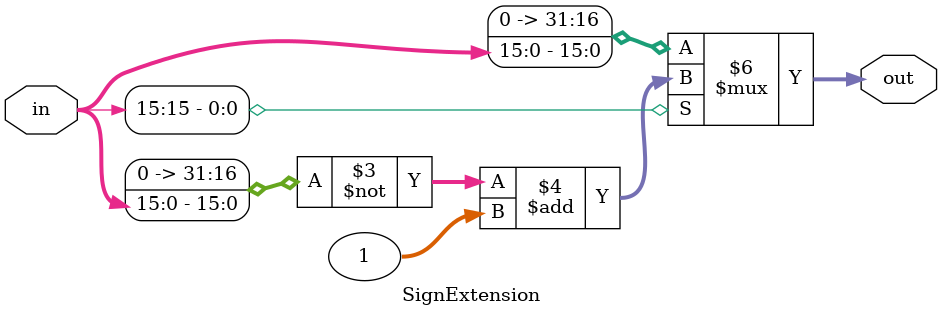
<source format=v>
`timescale 1ns / 1ps
module SignExtension(in, out);

    /* A 16-Bit input word */
    input [15:0] in;
    
    /* A 32-Bit output word */
    output reg [31:0] out;
    
    always @(in) begin 
        if (in[15]) begin 
            out <= ~(in) + 1;
        end
        else begin
            out <= {16'b0, in};
        end
    end

endmodule

</source>
